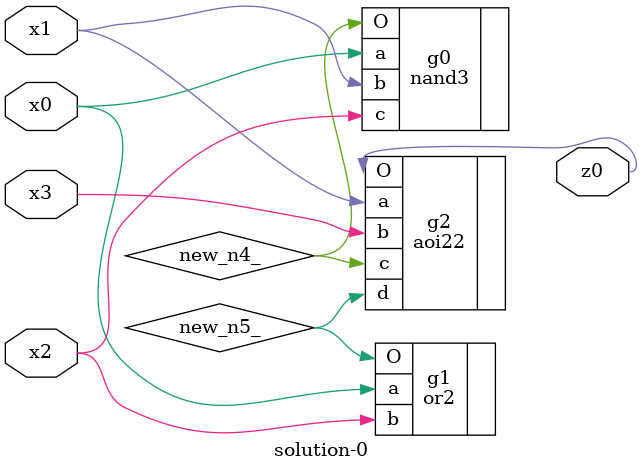
<source format=v>
module \solution-0 (
  x0, x1, x2, x3,
  z0 );
  input x0, x1, x2, x3;
  output z0;
  wire new_n4_, new_n5_;
  nand3  g0(.a(x0), .b(x1), .c(x2), .O(new_n4_));
  or2  g1(.a(x0), .b(x2), .O(new_n5_));
  aoi22  g2(.a(x1), .b(x3), .c(new_n4_), .d(new_n5_), .O(z0));
endmodule

</source>
